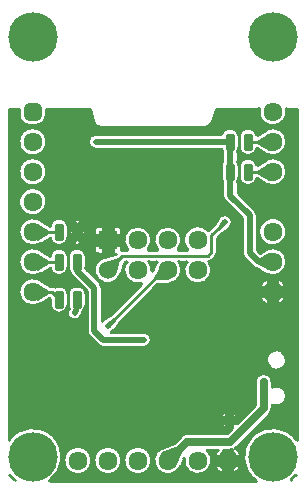
<source format=gbr>
G04 Generated by Ultiboard 13.0 *
%FSLAX25Y25*%
%MOIN*%

%ADD10C,0.00001*%
%ADD11C,0.01000*%
%ADD12C,0.02000*%
%ADD13C,0.02500*%
%ADD14C,0.02000*%
%ADD15C,0.06334*%
%ADD16R,0.02083X0.02083*%
%ADD17C,0.03917*%
%ADD18C,0.06000*%
%ADD19R,0.06334X0.06334*%
%ADD20R,0.01084X0.04168*%
%ADD21C,0.01666*%
%ADD22C,0.03000*%
%ADD23C,0.16500*%
%ADD24C,0.02500*%


G04 ColorRGB 0000FF for the following layer *
%LNCopper Bottom*%
%LPD*%
G54D10*
G36*
X97990Y15587D02*
X97990Y15587D01*
X97990Y125993D01*
X94560Y125993D01*
G75*
D01*
G02X85440Y125993I-4560J-989*
G01*
X85440Y125993D01*
X71086Y125993D01*
X69431Y121027D01*
G74*
D01*
G02X68549Y120096I1431J472*
G01*
G75*
D01*
G02X67998Y119993I-548J1404*
G01*
X67998Y119993D01*
X32000Y119993D01*
G75*
D01*
G02X30553Y121078I0J1507*
G01*
X30553Y121078D01*
X29120Y125993D01*
X14517Y125993D01*
X14517Y123959D01*
G75*
D01*
G02X11042Y120483I-3475J-1*
G01*
X11042Y120483D01*
X8959Y120483D01*
G75*
D01*
G02X5483Y123959I0J3476*
G01*
X5483Y123959D01*
X5483Y125993D01*
X2010Y125993D01*
X2010Y15587D01*
G75*
D01*
G02X15587Y2010I7988J-5589*
G01*
X15587Y2010D01*
X84413Y2010D01*
G75*
D01*
G02X97990Y15587I5589J7988*
G01*
D02*
G37*
%LPC*%
G36*
X87818Y100875D02*
G74*
D01*
G02X87586Y100994I799J1843*
G01*
X87586Y100994D01*
X84632Y102775D01*
G74*
D01*
G02X82292Y100572I2340J141*
G01*
X82292Y100572D01*
X81208Y100572D01*
G75*
D01*
G02X78864Y102916I0J2344*
G01*
X78864Y102916D01*
X78864Y107084D01*
G75*
D01*
G02X81208Y109428I2344J0*
G01*
X81208Y109428D01*
X82292Y109428D01*
G74*
D01*
G02X84632Y107225I0J2344*
G01*
X84632Y107225D01*
X87586Y109006D01*
G74*
D01*
G02X87746Y109092I1031J1726*
G01*
G74*
D01*
G02X87818Y109125I873J1809*
G01*
G75*
D01*
G02X87818Y100875I2181J-4125*
G01*
D02*
G37*
G36*
X86073Y92479D02*
G75*
D01*
G02X86073Y92479I3927J2521*
G01*
D02*
G37*
G36*
X87889Y70838D02*
G74*
D01*
G02X87567Y71003I981J2311*
G01*
X87567Y71003D01*
X85123Y72491D01*
G74*
D01*
G02X83474Y73224I128J2509*
G01*
X83474Y73224D01*
X80474Y76224D01*
G75*
D01*
G02X79738Y78004I1775J1776*
G01*
X79738Y78004D01*
X79738Y89459D01*
X73974Y95224D01*
G75*
D01*
G02X73238Y97005I1775J1776*
G01*
X73238Y97005D01*
X73238Y101645D01*
G75*
D01*
G02X72864Y102916I1970J1270*
G01*
X72864Y102916D01*
X72864Y107084D01*
G74*
D01*
G02X73238Y108355I2344J1*
G01*
X73238Y108355D01*
X73238Y111645D01*
G74*
D01*
G02X72903Y112488I1970J1271*
G01*
X72903Y112488D01*
X31000Y112488D01*
G75*
D01*
G02X31000Y117512I0J2512*
G01*
X31000Y117512D01*
X72903Y117512D01*
G75*
D01*
G02X75208Y119428I2305J-428*
G01*
X75208Y119428D01*
X76292Y119428D01*
G74*
D01*
G02X78636Y117084I0J2344*
G01*
X78636Y117084D01*
X78636Y112916D01*
G75*
D01*
G02X78262Y111645I-2344J-1*
G01*
X78262Y111645D01*
X78262Y108355D01*
G74*
D01*
G02X78636Y107084I1970J1270*
G01*
X78636Y107084D01*
X78636Y102916D01*
G75*
D01*
G02X78262Y101645I-2344J-1*
G01*
X78262Y101645D01*
X78262Y98041D01*
X84024Y92279D01*
G74*
D01*
G02X84762Y90500I1774J1779*
G01*
X84762Y90500D01*
X84762Y79041D01*
X85851Y77952D01*
X87567Y78997D01*
G74*
D01*
G02X87889Y79162I1304J2147*
G01*
G75*
D01*
G02X87889Y70838I2109J-4162*
G01*
D02*
G37*
G36*
X92479Y81046D02*
G75*
D01*
G02X92479Y81046I-2479J3954*
G01*
D02*
G37*
G36*
X87818Y110875D02*
G74*
D01*
G02X87586Y110994I799J1843*
G01*
X87586Y110994D01*
X84632Y112775D01*
G74*
D01*
G02X82292Y110572I2340J141*
G01*
X82292Y110572D01*
X81208Y110572D01*
G75*
D01*
G02X78864Y112916I0J2344*
G01*
X78864Y112916D01*
X78864Y117084D01*
G75*
D01*
G02X81208Y119428I2344J0*
G01*
X81208Y119428D01*
X82292Y119428D01*
G74*
D01*
G02X84632Y117225I0J2344*
G01*
X84632Y117225D01*
X87586Y119006D01*
G74*
D01*
G02X87746Y119092I1031J1726*
G01*
G74*
D01*
G02X87818Y119125I873J1809*
G01*
G75*
D01*
G02X87818Y110875I2181J-4125*
G01*
D02*
G37*
G36*
X91566Y60625D02*
X91566Y60625D01*
X91566Y63434D01*
X94375Y63434D01*
G74*
D01*
G02X91566Y60625I3333J524*
G01*
D02*
G37*
G36*
X92479Y39133D02*
G75*
D01*
G02X92479Y39133I-1229J3117*
G01*
D02*
G37*
G36*
X89763Y27248D02*
X89763Y27248D01*
X89763Y26250D01*
G75*
D01*
G02X88951Y24293I-2763J-1*
G01*
X88951Y24293D01*
X77707Y13049D01*
G74*
D01*
G02X77479Y12845I1954J1954*
G01*
G74*
D01*
G02X79375Y10316I1437J3053*
G01*
X79375Y10316D01*
X76566Y10316D01*
X76566Y12360D01*
G74*
D01*
G02X75750Y12237I815J2640*
G01*
X75750Y12237D01*
X73434Y12237D01*
X73434Y10316D01*
X70625Y10316D01*
G74*
D01*
G02X71633Y12237I3333J524*
G01*
X71633Y12237D01*
X68102Y12237D01*
G75*
D01*
G02X60382Y9423I-3102J-3487*
G01*
X60382Y9423D01*
X59301Y6905D01*
G74*
D01*
G02X59105Y6529I2540J1085*
G01*
G75*
D01*
G02X52779Y12855I-4104J2222*
G01*
G74*
D01*
G02X53158Y13053I1465J2343*
G01*
X53158Y13053D01*
X57076Y14733D01*
X59296Y16954D01*
G75*
D01*
G02X61254Y17763I1953J-1954*
G01*
X61254Y17763D01*
X74605Y17763D01*
X76564Y19722D01*
X76564Y21186D01*
X78028Y21186D01*
X84237Y27395D01*
X84237Y35000D01*
G75*
D01*
G02X89763Y35000I2763J0*
G01*
X89763Y35000D01*
X89763Y33252D01*
G75*
D01*
G02X89763Y27248I1487J-3002*
G01*
D02*
G37*
G36*
X91566Y69375D02*
G74*
D01*
G02X94375Y66566I523J3332*
G01*
X94375Y66566D01*
X91566Y66566D01*
X91566Y69375D01*
D02*
G37*
G36*
X13927Y92479D02*
G75*
D01*
G02X13927Y92479I-3927J2521*
G01*
D02*
G37*
G36*
X5333Y105000D02*
G75*
D01*
G02X5333Y105000I4667J0*
G01*
D02*
G37*
G36*
X5333Y115000D02*
G75*
D01*
G02X5333Y115000I4667J0*
G01*
D02*
G37*
G36*
X27505Y82545D02*
X27505Y82545D01*
X25925Y85000D01*
X27505Y87455D01*
G74*
D01*
G02X27536Y87084I2212J372*
G01*
X27536Y87084D01*
X27536Y82916D01*
G75*
D01*
G02X27505Y82545I-2244J1*
G01*
D02*
G37*
G36*
X26229Y89123D02*
X26229Y89123D01*
X24750Y86825D01*
X23271Y89123D01*
G75*
D01*
G02X24208Y89328I937J-2038*
G01*
X24208Y89328D01*
X25292Y89328D01*
G74*
D01*
G02X26229Y89123I0J2244*
G01*
D02*
G37*
G36*
X21995Y87455D02*
X21995Y87455D01*
X23575Y85000D01*
X21995Y82545D01*
G75*
D01*
G02X21964Y82916I2212J372*
G01*
X21964Y82916D01*
X21964Y87084D01*
G74*
D01*
G02X21995Y87455I2244J1*
G01*
D02*
G37*
G36*
X26229Y80877D02*
G74*
D01*
G02X25292Y80672I937J2038*
G01*
X25292Y80672D01*
X24208Y80672D01*
G75*
D01*
G02X23271Y80877I0J2244*
G01*
X23271Y80877D01*
X24750Y83175D01*
X26229Y80877D01*
D02*
G37*
G36*
X12182Y89125D02*
G74*
D01*
G02X12417Y89004I800J1843*
G01*
X12417Y89004D01*
X15726Y87010D01*
X15864Y87010D01*
X15864Y87084D01*
G75*
D01*
G02X18208Y89428I2344J0*
G01*
X18208Y89428D01*
X19292Y89428D01*
G74*
D01*
G02X21636Y87084I0J2344*
G01*
X21636Y87084D01*
X21636Y82916D01*
G75*
D01*
G02X19292Y80572I-2344J0*
G01*
X19292Y80572D01*
X18208Y80572D01*
G75*
D01*
G02X15864Y82916I0J2344*
G01*
X15864Y82916D01*
X15864Y82990D01*
X15726Y82990D01*
X12415Y80995D01*
G74*
D01*
G02X12292Y80927I1033J1723*
G01*
G74*
D01*
G02X12182Y80875I913J1789*
G01*
G75*
D01*
G02X12182Y89125I-2181J4125*
G01*
D02*
G37*
G36*
X73042Y8750D02*
G75*
D01*
G02X73042Y8750I1958J0*
G01*
D02*
G37*
G36*
X12182Y70875D02*
G75*
D01*
G02X12182Y79125I-2181J4125*
G01*
G74*
D01*
G02X12417Y79004I800J1843*
G01*
X12417Y79004D01*
X15726Y77010D01*
X15864Y77010D01*
X15864Y77084D01*
G75*
D01*
G02X18208Y79428I2344J0*
G01*
X18208Y79428D01*
X19292Y79428D01*
G74*
D01*
G02X21636Y77084I0J2344*
G01*
X21636Y77084D01*
X21636Y72916D01*
G75*
D01*
G02X19292Y70572I-2344J0*
G01*
X19292Y70572D01*
X18208Y70572D01*
G75*
D01*
G02X15864Y72916I0J2344*
G01*
X15864Y72916D01*
X15864Y72990D01*
X15726Y72990D01*
X12415Y70995D01*
G74*
D01*
G02X12292Y70927I1033J1723*
G01*
G74*
D01*
G02X12182Y70875I913J1789*
G01*
D02*
G37*
G36*
X88434Y69375D02*
X88434Y69375D01*
X88434Y66566D01*
X85625Y66566D01*
G74*
D01*
G02X88434Y69375I3333J524*
G01*
D02*
G37*
G36*
X88042Y65000D02*
G75*
D01*
G02X88042Y65000I1958J0*
G01*
D02*
G37*
G36*
X85625Y63434D02*
X85625Y63434D01*
X88434Y63434D01*
X88434Y60625D01*
G74*
D01*
G02X85625Y63434I525J3334*
G01*
D02*
G37*
G36*
X25887Y44838D02*
G74*
D01*
G02X27338Y43387I887J2338*
G01*
X27338Y43387D01*
X25887Y43387D01*
X25887Y44838D01*
D02*
G37*
G36*
X27338Y41613D02*
G74*
D01*
G02X25887Y40162I2338J887*
G01*
X25887Y40162D01*
X25887Y41613D01*
X27338Y41613D01*
D02*
G37*
G36*
X24350Y42500D02*
G75*
D01*
G02X24350Y42500I650J0*
G01*
D02*
G37*
G36*
X36114Y51512D02*
X36114Y51512D01*
X47000Y51512D01*
G75*
D01*
G02X47000Y46488I0J-2512*
G01*
X47000Y46488D01*
X33450Y46488D01*
G75*
D01*
G02X33267Y46495I4J2512*
G01*
G74*
D01*
G02X31674Y47224I183J2504*
G01*
X31674Y47224D01*
X28724Y50174D01*
G75*
D01*
G02X27988Y51956I1775J1776*
G01*
X27988Y51956D01*
X27988Y65280D01*
X22974Y70294D01*
G74*
D01*
G02X22288Y71571I1775J1776*
G01*
G75*
D01*
G02X21864Y72916I1920J1345*
G01*
X21864Y72916D01*
X21864Y77084D01*
G75*
D01*
G02X24208Y79428I2344J0*
G01*
X24208Y79428D01*
X25292Y79428D01*
G74*
D01*
G02X27636Y77084I0J2344*
G01*
X27636Y77084D01*
X27636Y72916D01*
G75*
D01*
G02X27630Y72743I-2344J-5*
G01*
X27630Y72743D01*
X32274Y68099D01*
G74*
D01*
G02X33012Y66320I1774J1779*
G01*
X33012Y66320D01*
X33012Y55266D01*
G74*
D01*
G02X33216Y55502I1990J1514*
G01*
G74*
D01*
G02X33549Y55797I1490J1347*
G01*
X33549Y55797D01*
X35820Y57412D01*
X46130Y67722D01*
G75*
D01*
G02X41272Y75057I-1132J4527*
G01*
X41272Y75057D01*
X40649Y75057D01*
X40337Y74745D01*
X39356Y71083D01*
G74*
D01*
G02X39332Y71002I1938J530*
G01*
G74*
D01*
G02X39271Y70832I1920J593*
G01*
G75*
D01*
G02X33582Y76521I-4271J1418*
G01*
G74*
D01*
G02X33836Y76607I770J1856*
G01*
X33836Y76607D01*
X37495Y77587D01*
X37584Y77676D01*
X36622Y77676D01*
X36622Y80628D01*
X39574Y80628D01*
X39574Y79083D01*
G75*
D01*
G02X39574Y79062I-1407J-10*
G01*
G75*
D01*
G02X39820Y79077I245J-1994*
G01*
X39820Y79077D01*
X41578Y79077D01*
G75*
D01*
G02X48422Y79077I3422J3172*
G01*
X48422Y79077D01*
X51578Y79077D01*
G75*
D01*
G02X58422Y79077I3422J3172*
G01*
X58422Y79077D01*
X61578Y79077D01*
G75*
D01*
G02X68378Y85470I3400J3196*
G01*
X68378Y85470D01*
X70287Y87379D01*
X71903Y89653D01*
G74*
D01*
G02X72197Y89982I1637J1167*
G01*
G75*
D01*
G02X75732Y86447I1767J-1768*
G01*
G74*
D01*
G02X75402Y86152I1496J1341*
G01*
X75402Y86152D01*
X73129Y84537D01*
X71577Y82985D01*
X71577Y78323D01*
G75*
D01*
G02X70986Y76900I-2010J1*
G01*
X70986Y76900D01*
X69734Y75648D01*
G74*
D01*
G02X68699Y75095I1423J1418*
G01*
G75*
D01*
G02X61272Y75057I-3699J-2844*
G01*
X61272Y75057D01*
X58728Y75057D01*
G75*
D01*
G02X55429Y67603I-3727J-2808*
G01*
G74*
D01*
G02X55170Y67576I337J1980*
G01*
X55170Y67576D01*
X51537Y67444D01*
X38662Y54570D01*
X37046Y52296D01*
G74*
D01*
G02X36752Y51967I1636J1166*
G01*
G74*
D01*
G02X36114Y51512I1752J1782*
G01*
D02*
G37*
G36*
X21525Y58655D02*
G74*
D01*
G02X21670Y59076I1960J440*
G01*
X21670Y59076D01*
X21972Y59713D01*
G75*
D01*
G02X21864Y60416I2235J703*
G01*
X21864Y60416D01*
X21864Y64584D01*
G75*
D01*
G02X24208Y66928I2344J0*
G01*
X24208Y66928D01*
X25292Y66928D01*
G74*
D01*
G02X27636Y64584I0J2344*
G01*
X27636Y64584D01*
X27636Y60416D01*
G75*
D01*
G02X26746Y58577I-2344J0*
G01*
G74*
D01*
G02X26430Y57710I1995J236*
G01*
G74*
D01*
G02X26338Y57302I1995J236*
G01*
G75*
D01*
G02X21525Y58655I-2407J676*
G01*
D02*
G37*
G36*
X12182Y60875D02*
G75*
D01*
G02X12182Y69125I-2181J4125*
G01*
G74*
D01*
G02X12417Y69004I800J1843*
G01*
X12417Y69004D01*
X15726Y67010D01*
X16249Y67010D01*
G75*
D01*
G02X16491Y66995I-3J-2010*
G01*
G74*
D01*
G02X17269Y66732I241J1995*
G01*
G75*
D01*
G02X18208Y66928I938J-2148*
G01*
X18208Y66928D01*
X19292Y66928D01*
G74*
D01*
G02X21636Y64584I0J2344*
G01*
X21636Y64584D01*
X21636Y60416D01*
G75*
D01*
G02X19292Y58072I-2344J0*
G01*
X19292Y58072D01*
X18208Y58072D01*
G75*
D01*
G02X15864Y60416I0J2344*
G01*
X15864Y60416D01*
X15864Y62544D01*
X15533Y62874D01*
X12415Y60995D01*
G74*
D01*
G02X12292Y60927I1033J1723*
G01*
G74*
D01*
G02X12182Y60875I913J1789*
G01*
D02*
G37*
G36*
X33250Y82250D02*
G75*
D01*
G02X33250Y82250I1750J0*
G01*
D02*
G37*
G36*
X30426Y79083D02*
X30426Y79083D01*
X30426Y80628D01*
X33378Y80628D01*
X33378Y77676D01*
X31833Y77676D01*
G75*
D01*
G02X30426Y79083I0J1407*
G01*
D02*
G37*
G36*
X30426Y85417D02*
G75*
D01*
G02X31833Y86824I1407J0*
G01*
X31833Y86824D01*
X33378Y86824D01*
X33378Y83872D01*
X30426Y83872D01*
X30426Y85417D01*
D02*
G37*
G36*
X39574Y85417D02*
X39574Y85417D01*
X39574Y83872D01*
X36622Y83872D01*
X36622Y86824D01*
X38167Y86824D01*
G74*
D01*
G02X39574Y85417I0J1407*
G01*
D02*
G37*
G36*
X22662Y43387D02*
G74*
D01*
G02X24113Y44838I2338J887*
G01*
X24113Y44838D01*
X24113Y43387D01*
X22662Y43387D01*
D02*
G37*
G36*
X24113Y40162D02*
G74*
D01*
G02X22662Y41613I887J2338*
G01*
X22662Y41613D01*
X24113Y41613D01*
X24113Y40162D01*
D02*
G37*
G36*
X7887Y44338D02*
G74*
D01*
G02X9338Y42887I887J2338*
G01*
X9338Y42887D01*
X7887Y42887D01*
X7887Y44338D01*
D02*
G37*
G36*
X9338Y41113D02*
G74*
D01*
G02X7887Y39662I2338J887*
G01*
X7887Y39662D01*
X7887Y41113D01*
X9338Y41113D01*
D02*
G37*
G36*
X4662Y42887D02*
G74*
D01*
G02X6113Y44338I2338J887*
G01*
X6113Y44338D01*
X6113Y42887D01*
X4662Y42887D01*
D02*
G37*
G36*
X6113Y39662D02*
G74*
D01*
G02X4662Y41113I887J2338*
G01*
X4662Y41113D01*
X6113Y41113D01*
X6113Y39662D01*
D02*
G37*
G36*
X6350Y42000D02*
G75*
D01*
G02X6350Y42000I650J0*
G01*
D02*
G37*
G36*
X41162Y35887D02*
G74*
D01*
G02X42613Y37338I2338J887*
G01*
X42613Y37338D01*
X42613Y35887D01*
X41162Y35887D01*
D02*
G37*
G36*
X44387Y37338D02*
G74*
D01*
G02X45838Y35887I887J2338*
G01*
X45838Y35887D01*
X44387Y35887D01*
X44387Y37338D01*
D02*
G37*
G36*
X45838Y34113D02*
G74*
D01*
G02X44387Y32662I2338J887*
G01*
X44387Y32662D01*
X44387Y34113D01*
X45838Y34113D01*
D02*
G37*
G36*
X42613Y32662D02*
G74*
D01*
G02X41162Y34113I887J2338*
G01*
X41162Y34113D01*
X42613Y34113D01*
X42613Y32662D01*
D02*
G37*
G36*
X42850Y35000D02*
G75*
D01*
G02X42850Y35000I650J0*
G01*
D02*
G37*
G36*
X60338Y20613D02*
G74*
D01*
G02X58887Y19162I2338J887*
G01*
X58887Y19162D01*
X58887Y20613D01*
X60338Y20613D01*
D02*
G37*
G36*
X57113Y19162D02*
G74*
D01*
G02X55662Y20613I887J2338*
G01*
X55662Y20613D01*
X57113Y20613D01*
X57113Y19162D01*
D02*
G37*
G36*
X57350Y21500D02*
G75*
D01*
G02X57350Y21500I650J0*
G01*
D02*
G37*
G36*
X55662Y22387D02*
G74*
D01*
G02X57113Y23838I2338J887*
G01*
X57113Y23838D01*
X57113Y22387D01*
X55662Y22387D01*
D02*
G37*
G36*
X58887Y23838D02*
G74*
D01*
G02X60338Y22387I887J2338*
G01*
X60338Y22387D01*
X58887Y22387D01*
X58887Y23838D01*
D02*
G37*
G36*
X49338Y20613D02*
G74*
D01*
G02X47887Y19162I2338J887*
G01*
X47887Y19162D01*
X47887Y20613D01*
X49338Y20613D01*
D02*
G37*
G36*
X47887Y23838D02*
G74*
D01*
G02X49338Y22387I887J2338*
G01*
X49338Y22387D01*
X47887Y22387D01*
X47887Y23838D01*
D02*
G37*
G36*
X46113Y19162D02*
G74*
D01*
G02X44662Y20613I887J2338*
G01*
X44662Y20613D01*
X46113Y20613D01*
X46113Y19162D01*
D02*
G37*
G36*
X44662Y22387D02*
G74*
D01*
G02X46113Y23838I2338J887*
G01*
X46113Y23838D01*
X46113Y22387D01*
X44662Y22387D01*
D02*
G37*
G36*
X46350Y21500D02*
G75*
D01*
G02X46350Y21500I650J0*
G01*
D02*
G37*
G36*
X40333Y8750D02*
G75*
D01*
G02X40333Y8750I4667J0*
G01*
D02*
G37*
G36*
X30333Y8750D02*
G75*
D01*
G02X30333Y8750I4667J0*
G01*
D02*
G37*
G36*
X20333Y8750D02*
G75*
D01*
G02X20333Y8750I4667J0*
G01*
D02*
G37*
G36*
X74436Y19445D02*
G74*
D01*
G02X72695Y21186I1064J2805*
G01*
X72695Y21186D01*
X74436Y21186D01*
X74436Y19445D01*
D02*
G37*
G36*
X72695Y23314D02*
G74*
D01*
G02X74436Y25055I2805J1064*
G01*
X74436Y25055D01*
X74436Y23314D01*
X72695Y23314D01*
D02*
G37*
G36*
X74350Y22250D02*
G75*
D01*
G02X74350Y22250I1150J0*
G01*
D02*
G37*
G36*
X76564Y25055D02*
G74*
D01*
G02X78305Y23314I1064J2805*
G01*
X78305Y23314D01*
X76564Y23314D01*
X76564Y25055D01*
D02*
G37*
G36*
X70625Y7184D02*
X70625Y7184D01*
X73434Y7184D01*
X73434Y4375D01*
G74*
D01*
G02X70625Y7184I525J3334*
G01*
D02*
G37*
G36*
X76566Y4375D02*
X76566Y4375D01*
X76566Y7184D01*
X79375Y7184D01*
G74*
D01*
G02X76566Y4375I3333J524*
G01*
D02*
G37*
%LPD*%
G36*
X51272Y75057D02*
G74*
D01*
G03X50917Y74510I3727J2807*
G01*
G74*
D01*
G03X50788Y74283I1678J1104*
G01*
X50788Y74283D01*
X49657Y71939D01*
G75*
D01*
G03X48728Y75057I-4657J310*
G01*
X48728Y75057D01*
X51272Y75057D01*
D02*
G37*
G36*
X97621Y3918D02*
G74*
D01*
G02X96082Y2379I3110J1571*
G01*
G74*
D01*
G03X97621Y3918I6082J7621*
G01*
D02*
G37*
G36*
X3918Y2379D02*
G74*
D01*
G02X2379Y3918I6082J7621*
G01*
G74*
D01*
G03X3918Y2379I3110J1571*
G01*
D02*
G37*
G54D11*
X97621Y3918D02*
G74*
D01*
G02X96082Y2379I3110J1571*
G01*
G74*
D01*
G03X97621Y3918I6082J7621*
G01*
X87818Y100875D02*
G74*
D01*
G02X87586Y100994I799J1843*
G01*
X84632Y102775D01*
G74*
D01*
G02X82292Y100572I2340J141*
G01*
X81208Y100572D01*
G75*
D01*
G02X78864Y102916I0J2344*
G01*
X78864Y107084D01*
G75*
D01*
G02X81208Y109428I2344J0*
G01*
X82292Y109428D01*
G74*
D01*
G02X84632Y107225I0J2344*
G01*
X87586Y109006D01*
G74*
D01*
G02X87746Y109092I1031J1726*
G01*
G74*
D01*
G02X87818Y109125I873J1809*
G01*
G75*
D01*
G02X87818Y100875I2181J-4125*
G01*
X86073Y92479D02*
G75*
D01*
G02X86073Y92479I3927J2521*
G01*
X87889Y70838D02*
G74*
D01*
G02X87567Y71003I981J2311*
G01*
X85123Y72491D01*
G74*
D01*
G02X83474Y73224I128J2509*
G01*
X80474Y76224D01*
G75*
D01*
G02X79738Y78004I1775J1776*
G01*
X79738Y89459D01*
X73974Y95224D01*
G75*
D01*
G02X73238Y97005I1775J1776*
G01*
X73238Y101645D01*
G75*
D01*
G02X72864Y102916I1970J1270*
G01*
X72864Y107084D01*
G74*
D01*
G02X73238Y108355I2344J1*
G01*
X73238Y111645D01*
G74*
D01*
G02X72903Y112488I1970J1271*
G01*
X31000Y112488D01*
G75*
D01*
G02X31000Y117512I0J2512*
G01*
X72903Y117512D01*
G75*
D01*
G02X75208Y119428I2305J-428*
G01*
X76292Y119428D01*
G74*
D01*
G02X78636Y117084I0J2344*
G01*
X78636Y112916D01*
G75*
D01*
G02X78262Y111645I-2344J-1*
G01*
X78262Y108355D01*
G74*
D01*
G02X78636Y107084I1970J1270*
G01*
X78636Y102916D01*
G75*
D01*
G02X78262Y101645I-2344J-1*
G01*
X78262Y98041D01*
X84024Y92279D01*
G74*
D01*
G02X84762Y90500I1774J1779*
G01*
X84762Y79041D01*
X85851Y77952D01*
X87567Y78997D01*
G74*
D01*
G02X87889Y79162I1304J2147*
G01*
G75*
D01*
G02X87889Y70838I2109J-4162*
G01*
X92479Y81046D02*
G75*
D01*
G02X92479Y81046I-2479J3954*
G01*
X87818Y110875D02*
G74*
D01*
G02X87586Y110994I799J1843*
G01*
X84632Y112775D01*
G74*
D01*
G02X82292Y110572I2340J141*
G01*
X81208Y110572D01*
G75*
D01*
G02X78864Y112916I0J2344*
G01*
X78864Y117084D01*
G75*
D01*
G02X81208Y119428I2344J0*
G01*
X82292Y119428D01*
G74*
D01*
G02X84632Y117225I0J2344*
G01*
X87586Y119006D01*
G74*
D01*
G02X87746Y119092I1031J1726*
G01*
G74*
D01*
G02X87818Y119125I873J1809*
G01*
G75*
D01*
G02X87818Y110875I2181J-4125*
G01*
X91566Y60625D02*
X91566Y63434D01*
X94375Y63434D01*
G74*
D01*
G02X91566Y60625I3333J524*
G01*
X92479Y39133D02*
G75*
D01*
G02X92479Y39133I-1229J3117*
G01*
X89763Y27248D02*
X89763Y26250D01*
G75*
D01*
G02X88951Y24293I-2763J-1*
G01*
X77707Y13049D01*
G74*
D01*
G02X77479Y12845I1954J1954*
G01*
G74*
D01*
G02X79375Y10316I1437J3053*
G01*
X76566Y10316D01*
X76566Y12360D01*
G74*
D01*
G02X75750Y12237I815J2640*
G01*
X73434Y12237D01*
X73434Y10316D01*
X70625Y10316D01*
G74*
D01*
G02X71633Y12237I3333J524*
G01*
X68102Y12237D01*
G75*
D01*
G02X60382Y9423I-3102J-3487*
G01*
X59301Y6905D01*
G74*
D01*
G02X59105Y6529I2540J1085*
G01*
G75*
D01*
G02X52779Y12855I-4104J2222*
G01*
G74*
D01*
G02X53158Y13053I1465J2343*
G01*
X57076Y14733D01*
X59296Y16954D01*
G75*
D01*
G02X61254Y17763I1953J-1954*
G01*
X74605Y17763D01*
X76564Y19722D01*
X76564Y21186D01*
X78028Y21186D01*
X84237Y27395D01*
X84237Y35000D01*
G75*
D01*
G02X89763Y35000I2763J0*
G01*
X89763Y33252D01*
G75*
D01*
G02X89763Y27248I1487J-3002*
G01*
X91566Y69375D02*
G74*
D01*
G02X94375Y66566I523J3332*
G01*
X91566Y66566D01*
X91566Y69375D01*
X13927Y92479D02*
G75*
D01*
G02X13927Y92479I-3927J2521*
G01*
X5333Y105000D02*
G75*
D01*
G02X5333Y105000I4667J0*
G01*
X5333Y115000D02*
G75*
D01*
G02X5333Y115000I4667J0*
G01*
X27505Y82545D02*
X25925Y85000D01*
X27505Y87455D01*
G74*
D01*
G02X27536Y87084I2212J372*
G01*
X27536Y82916D01*
G75*
D01*
G02X27505Y82545I-2244J1*
G01*
X26229Y89123D02*
X24750Y86825D01*
X23271Y89123D01*
G75*
D01*
G02X24208Y89328I937J-2038*
G01*
X25292Y89328D01*
G74*
D01*
G02X26229Y89123I0J2244*
G01*
X21995Y87455D02*
X23575Y85000D01*
X21995Y82545D01*
G75*
D01*
G02X21964Y82916I2212J372*
G01*
X21964Y87084D01*
G74*
D01*
G02X21995Y87455I2244J1*
G01*
X26229Y80877D02*
G74*
D01*
G02X25292Y80672I937J2038*
G01*
X24208Y80672D01*
G75*
D01*
G02X23271Y80877I0J2244*
G01*
X24750Y83175D01*
X26229Y80877D01*
X12182Y89125D02*
G74*
D01*
G02X12417Y89004I800J1843*
G01*
X15726Y87010D01*
X15864Y87010D01*
X15864Y87084D01*
G75*
D01*
G02X18208Y89428I2344J0*
G01*
X19292Y89428D01*
G74*
D01*
G02X21636Y87084I0J2344*
G01*
X21636Y82916D01*
G75*
D01*
G02X19292Y80572I-2344J0*
G01*
X18208Y80572D01*
G75*
D01*
G02X15864Y82916I0J2344*
G01*
X15864Y82990D01*
X15726Y82990D01*
X12415Y80995D01*
G74*
D01*
G02X12292Y80927I1033J1723*
G01*
G74*
D01*
G02X12182Y80875I913J1789*
G01*
G75*
D01*
G02X12182Y89125I-2181J4125*
G01*
X73042Y8750D02*
G75*
D01*
G02X73042Y8750I1958J0*
G01*
X12182Y70875D02*
G75*
D01*
G02X12182Y79125I-2181J4125*
G01*
G74*
D01*
G02X12417Y79004I800J1843*
G01*
X15726Y77010D01*
X15864Y77010D01*
X15864Y77084D01*
G75*
D01*
G02X18208Y79428I2344J0*
G01*
X19292Y79428D01*
G74*
D01*
G02X21636Y77084I0J2344*
G01*
X21636Y72916D01*
G75*
D01*
G02X19292Y70572I-2344J0*
G01*
X18208Y70572D01*
G75*
D01*
G02X15864Y72916I0J2344*
G01*
X15864Y72990D01*
X15726Y72990D01*
X12415Y70995D01*
G74*
D01*
G02X12292Y70927I1033J1723*
G01*
G74*
D01*
G02X12182Y70875I913J1789*
G01*
X88434Y69375D02*
X88434Y66566D01*
X85625Y66566D01*
G74*
D01*
G02X88434Y69375I3333J524*
G01*
X88042Y65000D02*
G75*
D01*
G02X88042Y65000I1958J0*
G01*
X85625Y63434D02*
X88434Y63434D01*
X88434Y60625D01*
G74*
D01*
G02X85625Y63434I525J3334*
G01*
X25887Y44838D02*
G74*
D01*
G02X27338Y43387I887J2338*
G01*
X25887Y43387D01*
X25887Y44838D01*
X27338Y41613D02*
G74*
D01*
G02X25887Y40162I2338J887*
G01*
X25887Y41613D01*
X27338Y41613D01*
X24350Y42500D02*
G75*
D01*
G02X24350Y42500I650J0*
G01*
X36114Y51512D02*
X47000Y51512D01*
G75*
D01*
G02X47000Y46488I0J-2512*
G01*
X33450Y46488D01*
G75*
D01*
G02X33267Y46495I4J2512*
G01*
G74*
D01*
G02X31674Y47224I183J2504*
G01*
X28724Y50174D01*
G75*
D01*
G02X27988Y51956I1775J1776*
G01*
X27988Y65280D01*
X22974Y70294D01*
G74*
D01*
G02X22288Y71571I1775J1776*
G01*
G75*
D01*
G02X21864Y72916I1920J1345*
G01*
X21864Y77084D01*
G75*
D01*
G02X24208Y79428I2344J0*
G01*
X25292Y79428D01*
G74*
D01*
G02X27636Y77084I0J2344*
G01*
X27636Y72916D01*
G75*
D01*
G02X27630Y72743I-2344J-5*
G01*
X32274Y68099D01*
G74*
D01*
G02X33012Y66320I1774J1779*
G01*
X33012Y55266D01*
G74*
D01*
G02X33216Y55502I1990J1514*
G01*
G74*
D01*
G02X33549Y55797I1490J1347*
G01*
X35820Y57412D01*
X46130Y67722D01*
G75*
D01*
G02X41272Y75057I-1132J4527*
G01*
X40649Y75057D01*
X40337Y74745D01*
X39356Y71083D01*
G74*
D01*
G02X39332Y71002I1938J530*
G01*
G74*
D01*
G02X39271Y70832I1920J593*
G01*
G75*
D01*
G02X33582Y76521I-4271J1418*
G01*
G74*
D01*
G02X33836Y76607I770J1856*
G01*
X37495Y77587D01*
X37584Y77676D01*
X36622Y77676D01*
X36622Y80628D01*
X39574Y80628D01*
X39574Y79083D01*
G75*
D01*
G02X39574Y79062I-1407J-10*
G01*
G75*
D01*
G02X39820Y79077I245J-1994*
G01*
X41578Y79077D01*
G75*
D01*
G02X48422Y79077I3422J3172*
G01*
X51578Y79077D01*
G75*
D01*
G02X58422Y79077I3422J3172*
G01*
X61578Y79077D01*
G75*
D01*
G02X68378Y85470I3400J3196*
G01*
X70287Y87379D01*
X71903Y89653D01*
G74*
D01*
G02X72197Y89982I1637J1167*
G01*
G75*
D01*
G02X75732Y86447I1767J-1768*
G01*
G74*
D01*
G02X75402Y86152I1496J1341*
G01*
X73129Y84537D01*
X71577Y82985D01*
X71577Y78323D01*
G75*
D01*
G02X70986Y76900I-2010J1*
G01*
X69734Y75648D01*
G74*
D01*
G02X68699Y75095I1423J1418*
G01*
G75*
D01*
G02X61272Y75057I-3699J-2844*
G01*
X58728Y75057D01*
G75*
D01*
G02X55429Y67603I-3727J-2808*
G01*
G74*
D01*
G02X55170Y67576I337J1980*
G01*
X51537Y67444D01*
X38662Y54570D01*
X37046Y52296D01*
G74*
D01*
G02X36752Y51967I1636J1166*
G01*
G74*
D01*
G02X36114Y51512I1752J1782*
G01*
X21525Y58655D02*
G74*
D01*
G02X21670Y59076I1960J440*
G01*
X21972Y59713D01*
G75*
D01*
G02X21864Y60416I2235J703*
G01*
X21864Y64584D01*
G75*
D01*
G02X24208Y66928I2344J0*
G01*
X25292Y66928D01*
G74*
D01*
G02X27636Y64584I0J2344*
G01*
X27636Y60416D01*
G75*
D01*
G02X26746Y58577I-2344J0*
G01*
G74*
D01*
G02X26430Y57710I1995J236*
G01*
G74*
D01*
G02X26338Y57302I1995J236*
G01*
G75*
D01*
G02X21525Y58655I-2407J676*
G01*
X12182Y60875D02*
G75*
D01*
G02X12182Y69125I-2181J4125*
G01*
G74*
D01*
G02X12417Y69004I800J1843*
G01*
X15726Y67010D01*
X16249Y67010D01*
G75*
D01*
G02X16491Y66995I-3J-2010*
G01*
G74*
D01*
G02X17269Y66732I241J1995*
G01*
G75*
D01*
G02X18208Y66928I938J-2148*
G01*
X19292Y66928D01*
G74*
D01*
G02X21636Y64584I0J2344*
G01*
X21636Y60416D01*
G75*
D01*
G02X19292Y58072I-2344J0*
G01*
X18208Y58072D01*
G75*
D01*
G02X15864Y60416I0J2344*
G01*
X15864Y62544D01*
X15533Y62874D01*
X12415Y60995D01*
G74*
D01*
G02X12292Y60927I1033J1723*
G01*
G74*
D01*
G02X12182Y60875I913J1789*
G01*
X33250Y82250D02*
G75*
D01*
G02X33250Y82250I1750J0*
G01*
X30426Y79083D02*
X30426Y80628D01*
X33378Y80628D01*
X33378Y77676D01*
X31833Y77676D01*
G75*
D01*
G02X30426Y79083I0J1407*
G01*
X30426Y85417D02*
G75*
D01*
G02X31833Y86824I1407J0*
G01*
X33378Y86824D01*
X33378Y83872D01*
X30426Y83872D01*
X30426Y85417D01*
X39574Y85417D02*
X39574Y83872D01*
X36622Y83872D01*
X36622Y86824D01*
X38167Y86824D01*
G74*
D01*
G02X39574Y85417I0J1407*
G01*
X22662Y43387D02*
G74*
D01*
G02X24113Y44838I2338J887*
G01*
X24113Y43387D01*
X22662Y43387D01*
X24113Y40162D02*
G74*
D01*
G02X22662Y41613I887J2338*
G01*
X24113Y41613D01*
X24113Y40162D01*
X7887Y44338D02*
G74*
D01*
G02X9338Y42887I887J2338*
G01*
X7887Y42887D01*
X7887Y44338D01*
X9338Y41113D02*
G74*
D01*
G02X7887Y39662I2338J887*
G01*
X7887Y41113D01*
X9338Y41113D01*
X4662Y42887D02*
G74*
D01*
G02X6113Y44338I2338J887*
G01*
X6113Y42887D01*
X4662Y42887D01*
X6113Y39662D02*
G74*
D01*
G02X4662Y41113I887J2338*
G01*
X6113Y41113D01*
X6113Y39662D01*
X6350Y42000D02*
G75*
D01*
G02X6350Y42000I650J0*
G01*
X41162Y35887D02*
G74*
D01*
G02X42613Y37338I2338J887*
G01*
X42613Y35887D01*
X41162Y35887D01*
X44387Y37338D02*
G74*
D01*
G02X45838Y35887I887J2338*
G01*
X44387Y35887D01*
X44387Y37338D01*
X45838Y34113D02*
G74*
D01*
G02X44387Y32662I2338J887*
G01*
X44387Y34113D01*
X45838Y34113D01*
X42613Y32662D02*
G74*
D01*
G02X41162Y34113I887J2338*
G01*
X42613Y34113D01*
X42613Y32662D01*
X42850Y35000D02*
G75*
D01*
G02X42850Y35000I650J0*
G01*
X60338Y20613D02*
G74*
D01*
G02X58887Y19162I2338J887*
G01*
X58887Y20613D01*
X60338Y20613D01*
X57113Y19162D02*
G74*
D01*
G02X55662Y20613I887J2338*
G01*
X57113Y20613D01*
X57113Y19162D01*
X57350Y21500D02*
G75*
D01*
G02X57350Y21500I650J0*
G01*
X55662Y22387D02*
G74*
D01*
G02X57113Y23838I2338J887*
G01*
X57113Y22387D01*
X55662Y22387D01*
X58887Y23838D02*
G74*
D01*
G02X60338Y22387I887J2338*
G01*
X58887Y22387D01*
X58887Y23838D01*
X49338Y20613D02*
G74*
D01*
G02X47887Y19162I2338J887*
G01*
X47887Y20613D01*
X49338Y20613D01*
X47887Y23838D02*
G74*
D01*
G02X49338Y22387I887J2338*
G01*
X47887Y22387D01*
X47887Y23838D01*
X46113Y19162D02*
G74*
D01*
G02X44662Y20613I887J2338*
G01*
X46113Y20613D01*
X46113Y19162D01*
X44662Y22387D02*
G74*
D01*
G02X46113Y23838I2338J887*
G01*
X46113Y22387D01*
X44662Y22387D01*
X46350Y21500D02*
G75*
D01*
G02X46350Y21500I650J0*
G01*
X40333Y8750D02*
G75*
D01*
G02X40333Y8750I4667J0*
G01*
X30333Y8750D02*
G75*
D01*
G02X30333Y8750I4667J0*
G01*
X20333Y8750D02*
G75*
D01*
G02X20333Y8750I4667J0*
G01*
X74436Y19445D02*
G74*
D01*
G02X72695Y21186I1064J2805*
G01*
X74436Y21186D01*
X74436Y19445D01*
X72695Y23314D02*
G74*
D01*
G02X74436Y25055I2805J1064*
G01*
X74436Y23314D01*
X72695Y23314D01*
X74350Y22250D02*
G75*
D01*
G02X74350Y22250I1150J0*
G01*
X76564Y25055D02*
G74*
D01*
G02X78305Y23314I1064J2805*
G01*
X76564Y23314D01*
X76564Y25055D01*
X70625Y7184D02*
X73434Y7184D01*
X73434Y4375D01*
G74*
D01*
G02X70625Y7184I525J3334*
G01*
X76566Y4375D02*
X76566Y7184D01*
X79375Y7184D01*
G74*
D01*
G02X76566Y4375I3333J524*
G01*
X97990Y15587D02*
X97990Y125993D01*
X94560Y125993D01*
G75*
D01*
G02X85440Y125993I-4560J-989*
G01*
X71086Y125993D01*
X69431Y121027D01*
G74*
D01*
G02X68549Y120096I1431J472*
G01*
G75*
D01*
G02X67998Y119993I-548J1404*
G01*
X32000Y119993D01*
G75*
D01*
G02X30553Y121078I0J1507*
G01*
X29120Y125993D01*
X14517Y125993D01*
X14517Y123959D01*
G75*
D01*
G02X11042Y120483I-3475J-1*
G01*
X8959Y120483D01*
G75*
D01*
G02X5483Y123959I0J3476*
G01*
X5483Y125993D01*
X2010Y125993D01*
X2010Y15587D01*
G75*
D01*
G02X15587Y2010I7988J-5589*
G01*
X84413Y2010D01*
G75*
D01*
G02X97990Y15587I5589J7988*
G01*
X51272Y75057D02*
G74*
D01*
G03X50917Y74510I3727J2807*
G01*
G74*
D01*
G03X50788Y74283I1678J1104*
G01*
X49657Y71939D01*
G75*
D01*
G03X48728Y75057I-4657J310*
G01*
X51272Y75057D01*
X3918Y2379D02*
G74*
D01*
G02X2379Y3918I6082J7621*
G01*
G74*
D01*
G03X3918Y2379I3110J1571*
G01*
X81625Y115000D02*
X90000Y115000D01*
X90000Y105000D02*
X81750Y105000D01*
X16250Y65000D02*
X10000Y65000D01*
X18750Y62500D02*
X16250Y65000D01*
X35000Y53750D02*
X53500Y72250D01*
X55000Y72250D01*
X69567Y78323D02*
X69567Y83817D01*
X73949Y88199D01*
X18750Y75000D02*
X10000Y75000D01*
X10000Y85000D02*
X18750Y85000D01*
X23938Y58000D02*
X24750Y58813D01*
X24750Y62625D01*
X68311Y77067D02*
X69567Y78323D01*
X39817Y77067D02*
X68311Y77067D01*
X35000Y72250D02*
X39817Y77067D01*
G36*
X15167Y85000D02*
X15167Y85000D01*
X11377Y82716D01*
X11377Y87284D01*
X15167Y85000D01*
D02*
G37*
X11377Y82716D01*
X11377Y87284D01*
X15167Y85000D01*
G36*
X15167Y75000D02*
X15167Y75000D01*
X11377Y72716D01*
X11377Y77284D01*
X15167Y75000D01*
D02*
G37*
X11377Y72716D01*
X11377Y77284D01*
X15167Y75000D01*
G36*
X15167Y65000D02*
X15167Y65000D01*
X11377Y62716D01*
X11377Y67284D01*
X15167Y65000D01*
D02*
G37*
X11377Y62716D01*
X11377Y67284D01*
X15167Y65000D01*
G36*
X24750Y60888D02*
X24750Y60888D01*
X24435Y57947D01*
X23485Y58214D01*
X24750Y60888D01*
D02*
G37*
X24435Y57947D01*
X23485Y58214D01*
X24750Y60888D01*
G36*
X38536Y75786D02*
X38536Y75786D01*
X37415Y71603D01*
X34353Y74665D01*
X38536Y75786D01*
D02*
G37*
X37415Y71603D01*
X34353Y74665D01*
X38536Y75786D01*
G36*
X50674Y69424D02*
X50674Y69424D01*
X52598Y73410D01*
X55097Y69585D01*
X50674Y69424D01*
D02*
G37*
X52598Y73410D01*
X55097Y69585D01*
X50674Y69424D01*
G36*
X84833Y105000D02*
X84833Y105000D01*
X88623Y107284D01*
X88623Y102716D01*
X84833Y105000D01*
D02*
G37*
X88623Y107284D01*
X88623Y102716D01*
X84833Y105000D01*
G36*
X84833Y115000D02*
X84833Y115000D01*
X88623Y117284D01*
X88623Y112716D01*
X84833Y115000D01*
D02*
G37*
X88623Y117284D01*
X88623Y112716D01*
X84833Y115000D01*
G36*
X37121Y55871D02*
X37121Y55871D01*
X35408Y53460D01*
X34710Y54158D01*
X37121Y55871D01*
D02*
G37*
X35408Y53460D01*
X34710Y54158D01*
X37121Y55871D01*
G36*
X71827Y86077D02*
X71827Y86077D01*
X73541Y88488D01*
X74238Y87791D01*
X71827Y86077D01*
D02*
G37*
X73541Y88488D01*
X74238Y87791D01*
X71827Y86077D01*
G54D12*
X75750Y97000D02*
X75750Y114750D01*
X24750Y72070D02*
X24750Y75000D01*
X30500Y57000D02*
X30500Y66320D01*
X24750Y72070D01*
X30500Y55000D02*
X30500Y57175D01*
X85250Y75000D02*
X90000Y75000D01*
X82250Y78000D02*
X82250Y90500D01*
X82250Y78000D02*
X85250Y75000D01*
X82250Y90500D02*
X75750Y97000D01*
X33450Y49000D02*
X30500Y51950D01*
X30500Y55000D01*
X47000Y49000D02*
X33450Y49000D01*
X31000Y115000D02*
X75750Y115000D01*
G36*
X85833Y75000D02*
X85833Y75000D01*
X88873Y76851D01*
X88873Y73149D01*
X85833Y75000D01*
D02*
G37*
X88873Y76851D01*
X88873Y73149D01*
X85833Y75000D01*
G54D13*
X55000Y8750D02*
X61250Y15000D01*
X75750Y15000D01*
X87000Y26250D02*
X87000Y35000D01*
X75750Y15000D02*
X87000Y26250D01*
G36*
X58654Y12404D02*
X58654Y12404D01*
X56762Y7994D01*
X54244Y10512D01*
X58654Y12404D01*
D02*
G37*
X56762Y7994D01*
X54244Y10512D01*
X58654Y12404D01*
G54D14*
X25000Y42500D03*
X7000Y42000D03*
X47000Y49000D03*
X43500Y35000D03*
X35000Y53750D03*
X73949Y88199D03*
X30500Y55000D03*
X23938Y58000D03*
X47000Y21500D03*
X58000Y21500D03*
X31000Y115000D03*
G54D15*
X90000Y125000D03*
X90000Y95000D03*
X90000Y85000D03*
X90000Y75000D03*
X90000Y115000D03*
X90000Y105000D03*
X55000Y72250D03*
X45000Y72250D03*
X65000Y72250D03*
X65000Y82250D03*
X55000Y82250D03*
X45000Y82250D03*
X10000Y65000D03*
X10000Y95000D03*
X10000Y105000D03*
X10000Y115000D03*
X10000Y75000D03*
X10000Y85000D03*
X65000Y8750D03*
X55000Y8750D03*
X35000Y8750D03*
X45000Y8750D03*
X25000Y8750D03*
G54D16*
X90000Y65000D03*
X10000Y125000D03*
X75000Y8750D03*
G54D17*
X88959Y63959D02*
X91041Y63959D01*
X91041Y66041D01*
X88959Y66041D01*
X88959Y63959D01*D02*
X8959Y123959D02*
X11041Y123959D01*
X11041Y126041D01*
X8959Y126041D01*
X8959Y123959D01*D02*
X73959Y7709D02*
X76041Y7709D01*
X76041Y9791D01*
X73959Y9791D01*
X73959Y7709D01*D02*
G54D18*
X35000Y72250D03*
G54D19*
X35000Y82250D03*
G54D20*
X24750Y85000D03*
X18750Y85000D03*
X18750Y62500D03*
X24750Y62500D03*
X18750Y75000D03*
X24750Y75000D03*
X81750Y105000D03*
X75750Y105000D03*
X81750Y115000D03*
X75750Y115000D03*
G54D21*
X24208Y82916D02*
X25292Y82916D01*
X25292Y87084D01*
X24208Y87084D01*
X24208Y82916D01*D02*
X18208Y82916D02*
X19292Y82916D01*
X19292Y87084D01*
X18208Y87084D01*
X18208Y82916D01*D02*
X18208Y60416D02*
X19292Y60416D01*
X19292Y64584D01*
X18208Y64584D01*
X18208Y60416D01*D02*
X24208Y60416D02*
X25292Y60416D01*
X25292Y64584D01*
X24208Y64584D01*
X24208Y60416D01*D02*
X18208Y72916D02*
X19292Y72916D01*
X19292Y77084D01*
X18208Y77084D01*
X18208Y72916D01*D02*
X24208Y72916D02*
X25292Y72916D01*
X25292Y77084D01*
X24208Y77084D01*
X24208Y72916D01*D02*
X81208Y102916D02*
X82292Y102916D01*
X82292Y107084D01*
X81208Y107084D01*
X81208Y102916D01*D02*
X75208Y102916D02*
X76292Y102916D01*
X76292Y107084D01*
X75208Y107084D01*
X75208Y102916D01*D02*
X81208Y112916D02*
X82292Y112916D01*
X82292Y117084D01*
X81208Y117084D01*
X81208Y112916D01*D02*
X75208Y112916D02*
X76292Y112916D01*
X76292Y117084D01*
X75208Y117084D01*
X75208Y112916D01*D02*
G54D22*
X75500Y22250D03*
G54D23*
X10000Y10000D03*
X90000Y10000D03*
X90000Y150000D03*
X10000Y150000D03*
G54D24*
X87000Y35000D03*

M02*

</source>
